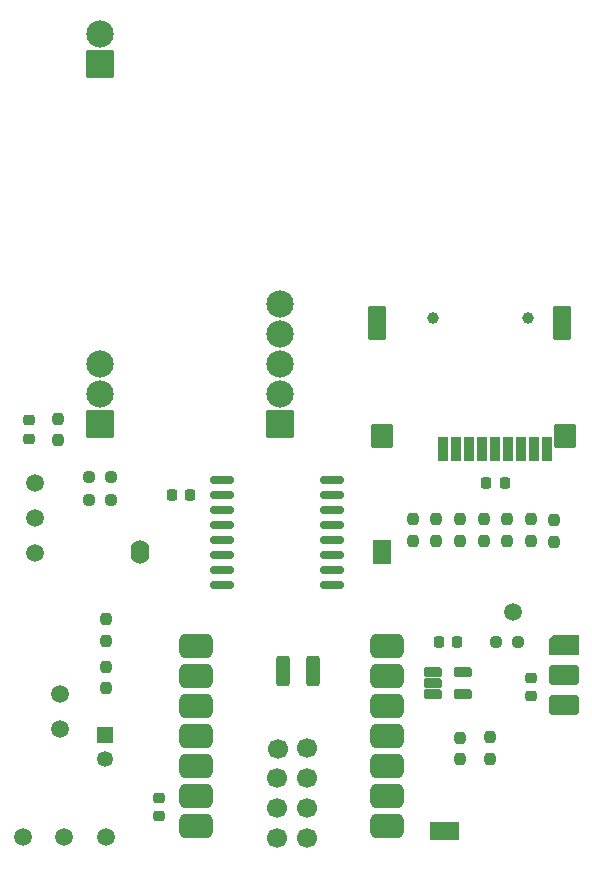
<source format=gts>
G04 #@! TF.GenerationSoftware,KiCad,Pcbnew,9.0.3*
G04 #@! TF.CreationDate,2025-08-23T15:15:08+02:00*
G04 #@! TF.ProjectId,fw-anwesenheit,66772d61-6e77-4657-9365-6e686569742e,rev?*
G04 #@! TF.SameCoordinates,Original*
G04 #@! TF.FileFunction,Soldermask,Top*
G04 #@! TF.FilePolarity,Negative*
%FSLAX46Y46*%
G04 Gerber Fmt 4.6, Leading zero omitted, Abs format (unit mm)*
G04 Created by KiCad (PCBNEW 9.0.3) date 2025-08-23 15:15:08*
%MOMM*%
%LPD*%
G01*
G04 APERTURE LIST*
G04 Aperture macros list*
%AMRoundRect*
0 Rectangle with rounded corners*
0 $1 Rounding radius*
0 $2 $3 $4 $5 $6 $7 $8 $9 X,Y pos of 4 corners*
0 Add a 4 corners polygon primitive as box body*
4,1,4,$2,$3,$4,$5,$6,$7,$8,$9,$2,$3,0*
0 Add four circle primitives for the rounded corners*
1,1,$1+$1,$2,$3*
1,1,$1+$1,$4,$5*
1,1,$1+$1,$6,$7*
1,1,$1+$1,$8,$9*
0 Add four rect primitives between the rounded corners*
20,1,$1+$1,$2,$3,$4,$5,0*
20,1,$1+$1,$4,$5,$6,$7,0*
20,1,$1+$1,$6,$7,$8,$9,0*
20,1,$1+$1,$8,$9,$2,$3,0*%
%AMOutline5P*
0 Free polygon, 5 corners , with rotation*
0 The origin of the aperture is its center*
0 number of corners: always 5*
0 $1 to $10 corner X, Y*
0 $11 Rotation angle, in degrees counterclockwise*
0 create outline with 5 corners*
4,1,5,$1,$2,$3,$4,$5,$6,$7,$8,$9,$10,$1,$2,$11*%
%AMOutline6P*
0 Free polygon, 6 corners , with rotation*
0 The origin of the aperture is its center*
0 number of corners: always 6*
0 $1 to $12 corner X, Y*
0 $13 Rotation angle, in degrees counterclockwise*
0 create outline with 6 corners*
4,1,6,$1,$2,$3,$4,$5,$6,$7,$8,$9,$10,$11,$12,$1,$2,$13*%
%AMOutline7P*
0 Free polygon, 7 corners , with rotation*
0 The origin of the aperture is its center*
0 number of corners: always 7*
0 $1 to $14 corner X, Y*
0 $15 Rotation angle, in degrees counterclockwise*
0 create outline with 7 corners*
4,1,7,$1,$2,$3,$4,$5,$6,$7,$8,$9,$10,$11,$12,$13,$14,$1,$2,$15*%
%AMOutline8P*
0 Free polygon, 8 corners , with rotation*
0 The origin of the aperture is its center*
0 number of corners: always 8*
0 $1 to $16 corner X, Y*
0 $17 Rotation angle, in degrees counterclockwise*
0 create outline with 8 corners*
4,1,8,$1,$2,$3,$4,$5,$6,$7,$8,$9,$10,$11,$12,$13,$14,$15,$16,$1,$2,$17*%
%AMFreePoly0*
4,1,6,1.000000,0.000000,0.500000,-0.750000,-0.500000,-0.750000,-0.500000,0.750000,0.500000,0.750000,1.000000,0.000000,1.000000,0.000000,$1*%
%AMFreePoly1*
4,1,6,0.500000,-0.750000,-0.650000,-0.750000,-0.150000,0.000000,-0.650000,0.750000,0.500000,0.750000,0.500000,-0.750000,0.500000,-0.750000,$1*%
G04 Aperture macros list end*
%ADD10RoundRect,0.225000X0.225000X0.250000X-0.225000X0.250000X-0.225000X-0.250000X0.225000X-0.250000X0*%
%ADD11Outline5P,-1.250000X0.510000X-0.910000X0.850000X1.250000X0.850000X1.250000X-0.850000X-1.250000X-0.850000X0.000000*%
%ADD12RoundRect,0.170000X-1.080000X-0.680000X1.080000X-0.680000X1.080000X0.680000X-1.080000X0.680000X0*%
%ADD13RoundRect,0.250000X-1.000000X-0.600000X1.000000X-0.600000X1.000000X0.600000X-1.000000X0.600000X0*%
%ADD14RoundRect,0.525400X0.900400X0.525400X-0.900400X0.525400X-0.900400X-0.525400X0.900400X-0.525400X0*%
%ADD15RoundRect,0.300400X0.300400X-1.000400X0.300400X1.000400X-0.300400X1.000400X-0.300400X-1.000400X0*%
%ADD16C,1.700000*%
%ADD17C,1.500000*%
%ADD18RoundRect,0.218750X0.256250X-0.218750X0.256250X0.218750X-0.256250X0.218750X-0.256250X-0.218750X0*%
%ADD19RoundRect,0.237500X0.237500X-0.250000X0.237500X0.250000X-0.237500X0.250000X-0.237500X-0.250000X0*%
%ADD20RoundRect,0.237500X-0.237500X0.250000X-0.237500X-0.250000X0.237500X-0.250000X0.237500X0.250000X0*%
%ADD21RoundRect,0.225000X-0.225000X-0.250000X0.225000X-0.250000X0.225000X0.250000X-0.225000X0.250000X0*%
%ADD22RoundRect,0.150000X-0.875000X-0.150000X0.875000X-0.150000X0.875000X0.150000X-0.875000X0.150000X0*%
%ADD23R,1.350000X1.350000*%
%ADD24C,1.350000*%
%ADD25FreePoly0,0.000000*%
%ADD26FreePoly1,0.000000*%
%ADD27C,2.304000*%
%ADD28RoundRect,0.102000X-1.050000X1.050000X-1.050000X-1.050000X1.050000X-1.050000X1.050000X1.050000X0*%
%ADD29RoundRect,0.237500X0.250000X0.237500X-0.250000X0.237500X-0.250000X-0.237500X0.250000X-0.237500X0*%
%ADD30RoundRect,0.102000X-0.635000X-0.279400X0.635000X-0.279400X0.635000X0.279400X-0.635000X0.279400X0*%
%ADD31RoundRect,0.237500X-0.250000X-0.237500X0.250000X-0.237500X0.250000X0.237500X-0.250000X0.237500X0*%
%ADD32RoundRect,0.225000X0.250000X-0.225000X0.250000X0.225000X-0.250000X0.225000X-0.250000X-0.225000X0*%
%ADD33C,1.000000*%
%ADD34RoundRect,0.102000X0.350000X0.950000X-0.350000X0.950000X-0.350000X-0.950000X0.350000X-0.950000X0*%
%ADD35RoundRect,0.102000X0.850000X0.900000X-0.850000X0.900000X-0.850000X-0.900000X0.850000X-0.900000X0*%
%ADD36RoundRect,0.102000X0.700000X1.300000X-0.700000X1.300000X-0.700000X-1.300000X0.700000X-1.300000X0*%
%ADD37RoundRect,0.225000X-0.250000X0.225000X-0.250000X-0.225000X0.250000X-0.225000X0.250000X0.225000X0*%
%ADD38R,1.600000X2.000000*%
%ADD39O,1.600000X2.000000*%
G04 APERTURE END LIST*
G36*
X117483000Y-126250000D02*
G01*
X119933000Y-126250000D01*
X119933000Y-127750000D01*
X117483000Y-127750000D01*
X117483000Y-126250000D01*
G37*
D10*
X123775000Y-97500000D03*
X122225000Y-97500000D03*
D11*
X128778000Y-111252000D03*
D12*
X128778000Y-113792000D03*
D13*
X128778000Y-116332000D03*
D14*
X113821600Y-126598500D03*
X113821600Y-124058500D03*
X113821600Y-121518500D03*
X113821600Y-118978500D03*
X113821600Y-116438500D03*
X113821600Y-113898500D03*
X113821600Y-111358500D03*
X97656600Y-111358500D03*
X97656600Y-113898500D03*
X97656600Y-116438500D03*
X97656600Y-118978500D03*
X97656600Y-121518500D03*
X97656600Y-124058500D03*
X97656600Y-126598500D03*
D15*
X107548000Y-113446800D03*
X105008000Y-113446800D03*
D16*
X107040000Y-127620000D03*
X104500000Y-127620000D03*
X107040000Y-125080000D03*
X104500000Y-125080000D03*
X107040000Y-122540000D03*
X104500000Y-122540000D03*
X107040000Y-120000000D03*
X104592600Y-120056800D03*
D17*
X83000000Y-127500000D03*
D18*
X83500000Y-93787500D03*
X83500000Y-92212500D03*
D19*
X120000000Y-102412500D03*
X120000000Y-100587500D03*
X122000000Y-102412500D03*
X122000000Y-100587500D03*
D20*
X90000000Y-109087500D03*
X90000000Y-110912500D03*
D21*
X95618000Y-98552000D03*
X97168000Y-98552000D03*
D17*
X84000000Y-103500000D03*
D22*
X99871000Y-97282000D03*
X99871000Y-98552000D03*
X99871000Y-99822000D03*
X99871000Y-101092000D03*
X99871000Y-102362000D03*
X99871000Y-103632000D03*
X99871000Y-104902000D03*
X99871000Y-106172000D03*
X109171000Y-106172000D03*
X109171000Y-104902000D03*
X109171000Y-103632000D03*
X109171000Y-102362000D03*
X109171000Y-101092000D03*
X109171000Y-99822000D03*
X109171000Y-98552000D03*
X109171000Y-97282000D03*
D23*
X89916000Y-118888000D03*
D24*
X89916000Y-120888000D03*
D19*
X116000000Y-102412500D03*
X116000000Y-100587500D03*
D17*
X86175000Y-118373000D03*
D25*
X117983000Y-127000000D03*
D26*
X119433000Y-127000000D03*
D27*
X89500000Y-59520000D03*
D28*
X89500000Y-62060000D03*
D27*
X104740000Y-87460000D03*
X104740000Y-84920000D03*
X89500000Y-87460000D03*
D28*
X89500000Y-92540000D03*
D27*
X104740000Y-90000000D03*
D28*
X104740000Y-92540000D03*
D27*
X104740000Y-82380000D03*
X89500000Y-90000000D03*
D29*
X90412500Y-97000000D03*
X88587500Y-97000000D03*
X90412500Y-99000000D03*
X88587500Y-99000000D03*
D30*
X117704600Y-113560200D03*
X117704600Y-114500000D03*
X117704600Y-115439800D03*
X120295400Y-115439800D03*
X120295400Y-113560200D03*
D21*
X118225000Y-111000000D03*
X119775000Y-111000000D03*
D20*
X86000000Y-92087500D03*
X86000000Y-93912500D03*
D31*
X123087500Y-111000000D03*
X124912500Y-111000000D03*
D19*
X124000000Y-102412500D03*
X124000000Y-100587500D03*
D17*
X84000000Y-100500000D03*
X86500000Y-127500000D03*
X90000000Y-127500000D03*
D19*
X128000000Y-102500000D03*
X128000000Y-100675000D03*
D17*
X124500000Y-108500000D03*
D19*
X118000000Y-102412500D03*
X118000000Y-100587500D03*
D32*
X125984000Y-115583000D03*
X125984000Y-114033000D03*
D19*
X122500000Y-120912500D03*
X122500000Y-119087500D03*
D20*
X90000000Y-113087500D03*
X90000000Y-114912500D03*
D17*
X84000000Y-97500000D03*
D33*
X125750000Y-83600000D03*
X117750000Y-83600000D03*
D34*
X118550000Y-94650000D03*
X119650000Y-94650000D03*
X120750000Y-94650000D03*
X121850000Y-94650000D03*
X122950000Y-94650000D03*
X124050000Y-94650000D03*
X125150000Y-94650000D03*
X126250000Y-94650000D03*
X127350000Y-94650000D03*
D35*
X128900000Y-93600000D03*
X113400000Y-93600000D03*
D36*
X128650000Y-84000000D03*
X112950000Y-84000000D03*
D19*
X126000000Y-102412500D03*
X126000000Y-100587500D03*
D17*
X86175000Y-115373000D03*
D19*
X120000000Y-120927500D03*
X120000000Y-119102500D03*
D37*
X94500000Y-124225000D03*
X94500000Y-125775000D03*
D38*
X113411000Y-103378000D03*
D39*
X92911000Y-103378000D03*
M02*

</source>
